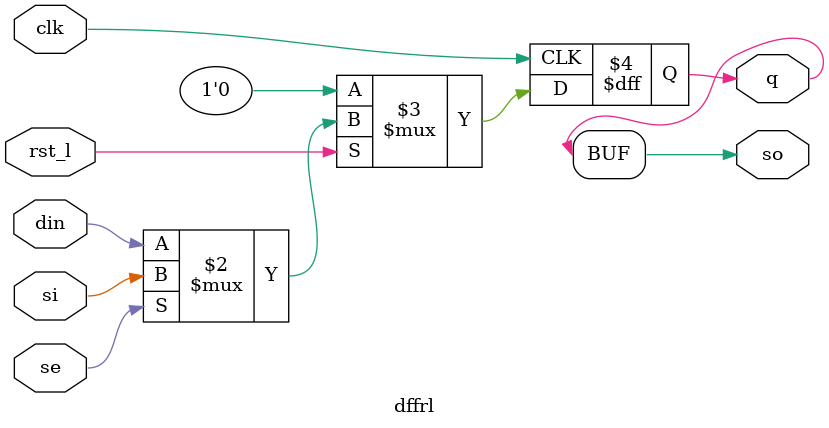
<source format=v>
module dffrl (din, clk, rst_l, q, se, si, so);
parameter SIZE = 1;
input	[SIZE-1:0]	din ;	
input			clk ;	
input			rst_l ;	
output	[SIZE-1:0]	q ;	
input			se ;	
input	[SIZE-1:0]	si ;	
output	[SIZE-1:0]	so ;	
reg 	[SIZE-1:0]	q ;
`ifdef NO_SCAN
always @ (posedge clk)
	q[SIZE-1:0]  <= rst_l ? din[SIZE-1:0] : {SIZE{1'b0}};
`else
always @ (posedge clk)
	q[SIZE-1:0]  <= rst_l ? ((se) ? si[SIZE-1:0]  : din[SIZE-1:0] ) : {SIZE{1'b0}};
assign so[SIZE-1:0] = q[SIZE-1:0] ;
`endif
endmodule
</source>
